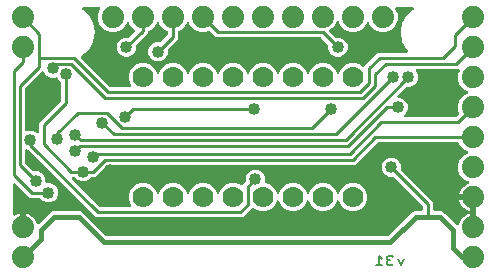
<source format=gbr>
G04 EAGLE Gerber RS-274X export*
G75*
%MOMM*%
%FSLAX34Y34*%
%LPD*%
%INBottom Copper*%
%IPPOS*%
%AMOC8*
5,1,8,0,0,1.08239X$1,22.5*%
G01*
%ADD10C,0.203200*%
%ADD11C,1.778000*%
%ADD12C,1.879600*%
%ADD13C,0.406400*%
%ADD14C,1.016000*%
%ADD15C,0.254000*%

G36*
X321318Y30493D02*
X321318Y30493D01*
X321417Y30496D01*
X321475Y30513D01*
X321535Y30521D01*
X321627Y30557D01*
X321722Y30585D01*
X321775Y30615D01*
X321831Y30638D01*
X321911Y30696D01*
X321996Y30746D01*
X322072Y30812D01*
X322088Y30824D01*
X322096Y30834D01*
X322117Y30852D01*
X342562Y51297D01*
X344429Y52071D01*
X350012Y52071D01*
X350130Y52086D01*
X350249Y52093D01*
X350287Y52106D01*
X350328Y52111D01*
X350438Y52154D01*
X350551Y52191D01*
X350586Y52213D01*
X350623Y52228D01*
X350719Y52297D01*
X350820Y52361D01*
X350848Y52391D01*
X350881Y52414D01*
X350957Y52506D01*
X351038Y52593D01*
X351058Y52628D01*
X351083Y52659D01*
X351134Y52767D01*
X351192Y52871D01*
X351202Y52911D01*
X351219Y52947D01*
X351241Y53064D01*
X351271Y53179D01*
X351275Y53239D01*
X351279Y53259D01*
X351277Y53280D01*
X351281Y53340D01*
X351281Y55470D01*
X351269Y55569D01*
X351266Y55668D01*
X351249Y55726D01*
X351241Y55786D01*
X351205Y55878D01*
X351177Y55973D01*
X351147Y56025D01*
X351124Y56082D01*
X351066Y56162D01*
X351016Y56247D01*
X350950Y56322D01*
X350938Y56339D01*
X350928Y56347D01*
X350910Y56368D01*
X326878Y80400D01*
X326800Y80460D01*
X326727Y80528D01*
X326674Y80557D01*
X326627Y80594D01*
X326536Y80634D01*
X326449Y80682D01*
X326390Y80697D01*
X326335Y80721D01*
X326237Y80736D01*
X326141Y80761D01*
X326041Y80767D01*
X326021Y80771D01*
X326008Y80769D01*
X325980Y80771D01*
X322868Y80771D01*
X319880Y82009D01*
X317594Y84295D01*
X316356Y87283D01*
X316356Y90517D01*
X317594Y93505D01*
X319880Y95791D01*
X322868Y97029D01*
X326102Y97029D01*
X329090Y95791D01*
X331376Y93505D01*
X332614Y90517D01*
X332614Y87405D01*
X332626Y87306D01*
X332629Y87207D01*
X332646Y87149D01*
X332654Y87089D01*
X332690Y86997D01*
X332718Y86902D01*
X332748Y86850D01*
X332771Y86793D01*
X332829Y86713D01*
X332879Y86628D01*
X332945Y86553D01*
X332957Y86536D01*
X332967Y86528D01*
X332985Y86507D01*
X359919Y59574D01*
X359919Y53340D01*
X359934Y53222D01*
X359941Y53103D01*
X359954Y53065D01*
X359959Y53024D01*
X360002Y52914D01*
X360039Y52801D01*
X360061Y52766D01*
X360076Y52729D01*
X360145Y52633D01*
X360209Y52532D01*
X360239Y52504D01*
X360262Y52471D01*
X360354Y52395D01*
X360441Y52314D01*
X360476Y52294D01*
X360507Y52269D01*
X360615Y52218D01*
X360719Y52160D01*
X360759Y52150D01*
X360795Y52133D01*
X360912Y52111D01*
X361027Y52081D01*
X361087Y52077D01*
X361107Y52073D01*
X361128Y52075D01*
X361188Y52071D01*
X366771Y52071D01*
X368638Y51297D01*
X370246Y49689D01*
X379881Y40054D01*
X379913Y40029D01*
X379939Y39999D01*
X380038Y39932D01*
X380133Y39859D01*
X380169Y39843D01*
X380202Y39821D01*
X380315Y39780D01*
X380425Y39732D01*
X380464Y39726D01*
X380501Y39713D01*
X380620Y39701D01*
X380739Y39683D01*
X380778Y39686D01*
X380818Y39683D01*
X380936Y39701D01*
X381055Y39712D01*
X381093Y39726D01*
X381132Y39732D01*
X381242Y39780D01*
X381355Y39820D01*
X381388Y39842D01*
X381424Y39858D01*
X381519Y39931D01*
X381618Y39999D01*
X381644Y40029D01*
X381676Y40053D01*
X381749Y40147D01*
X381828Y40237D01*
X381846Y40273D01*
X381871Y40304D01*
X381918Y40414D01*
X381973Y40520D01*
X381982Y40559D01*
X381997Y40596D01*
X382033Y40753D01*
X382055Y40896D01*
X382636Y42683D01*
X383489Y44357D01*
X384594Y45878D01*
X385922Y47206D01*
X387443Y48311D01*
X389117Y49164D01*
X390437Y49593D01*
X390509Y49627D01*
X390585Y49651D01*
X390652Y49694D01*
X390725Y49728D01*
X390786Y49779D01*
X390853Y49822D01*
X390908Y49880D01*
X390970Y49931D01*
X391017Y49995D01*
X391071Y50053D01*
X391110Y50123D01*
X391157Y50188D01*
X391161Y50198D01*
X391161Y39370D01*
X391176Y39252D01*
X391183Y39133D01*
X391196Y39095D01*
X391201Y39055D01*
X391244Y38944D01*
X391281Y38831D01*
X391303Y38797D01*
X391318Y38759D01*
X391388Y38663D01*
X391451Y38562D01*
X391481Y38534D01*
X391504Y38502D01*
X391596Y38426D01*
X391683Y38344D01*
X391718Y38325D01*
X391749Y38299D01*
X391857Y38248D01*
X391961Y38191D01*
X392001Y38180D01*
X392037Y38163D01*
X392154Y38141D01*
X392269Y38111D01*
X392330Y38107D01*
X392350Y38103D01*
X392370Y38105D01*
X392430Y38101D01*
X394970Y38101D01*
X395088Y38116D01*
X395207Y38123D01*
X395245Y38136D01*
X395285Y38141D01*
X395396Y38185D01*
X395509Y38221D01*
X395544Y38243D01*
X395581Y38258D01*
X395677Y38328D01*
X395778Y38391D01*
X395806Y38421D01*
X395839Y38445D01*
X395914Y38536D01*
X395996Y38623D01*
X396016Y38658D01*
X396041Y38690D01*
X396092Y38797D01*
X396150Y38902D01*
X396160Y38941D01*
X396177Y38977D01*
X396199Y39094D01*
X396229Y39209D01*
X396233Y39270D01*
X396237Y39290D01*
X396235Y39310D01*
X396239Y39370D01*
X396239Y62230D01*
X396224Y62348D01*
X396217Y62467D01*
X396204Y62505D01*
X396199Y62545D01*
X396156Y62656D01*
X396119Y62769D01*
X396097Y62803D01*
X396082Y62841D01*
X396012Y62937D01*
X395949Y63038D01*
X395919Y63066D01*
X395895Y63098D01*
X395804Y63174D01*
X395717Y63256D01*
X395682Y63275D01*
X395651Y63301D01*
X395543Y63352D01*
X395439Y63409D01*
X395399Y63420D01*
X395363Y63437D01*
X395246Y63459D01*
X395131Y63489D01*
X395070Y63493D01*
X395050Y63497D01*
X395030Y63495D01*
X394970Y63499D01*
X393699Y63499D01*
X393699Y64770D01*
X393684Y64888D01*
X393677Y65007D01*
X393664Y65045D01*
X393659Y65085D01*
X393615Y65196D01*
X393579Y65309D01*
X393557Y65344D01*
X393542Y65381D01*
X393472Y65477D01*
X393409Y65578D01*
X393379Y65606D01*
X393355Y65639D01*
X393264Y65714D01*
X393177Y65796D01*
X393142Y65816D01*
X393110Y65841D01*
X393003Y65892D01*
X392898Y65950D01*
X392859Y65960D01*
X392823Y65977D01*
X392706Y65999D01*
X392591Y66029D01*
X392530Y66033D01*
X392510Y66037D01*
X392490Y66035D01*
X392430Y66039D01*
X382015Y66039D01*
X382055Y66296D01*
X382636Y68083D01*
X383489Y69757D01*
X384594Y71278D01*
X385922Y72606D01*
X387443Y73711D01*
X389117Y74564D01*
X389582Y74715D01*
X389609Y74728D01*
X389638Y74735D01*
X389752Y74795D01*
X389870Y74850D01*
X389893Y74869D01*
X389919Y74883D01*
X390015Y74970D01*
X390115Y75053D01*
X390132Y75077D01*
X390154Y75097D01*
X390226Y75206D01*
X390302Y75310D01*
X390313Y75338D01*
X390329Y75363D01*
X390371Y75486D01*
X390419Y75606D01*
X390423Y75636D01*
X390432Y75664D01*
X390443Y75793D01*
X390459Y75921D01*
X390455Y75951D01*
X390458Y75981D01*
X390435Y76109D01*
X390419Y76237D01*
X390408Y76265D01*
X390403Y76294D01*
X390350Y76412D01*
X390302Y76533D01*
X390285Y76557D01*
X390273Y76584D01*
X390192Y76685D01*
X390116Y76790D01*
X390093Y76809D01*
X390074Y76833D01*
X389970Y76911D01*
X389871Y76993D01*
X389844Y77006D01*
X389820Y77024D01*
X389675Y77095D01*
X386650Y78348D01*
X383148Y81850D01*
X381253Y86424D01*
X381253Y91376D01*
X383148Y95950D01*
X386650Y99452D01*
X389005Y100427D01*
X389125Y100496D01*
X389248Y100561D01*
X389263Y100575D01*
X389281Y100585D01*
X389381Y100682D01*
X389484Y100775D01*
X389495Y100792D01*
X389509Y100806D01*
X389582Y100924D01*
X389658Y101041D01*
X389665Y101060D01*
X389676Y101077D01*
X389716Y101210D01*
X389762Y101342D01*
X389763Y101362D01*
X389769Y101381D01*
X389776Y101520D01*
X389787Y101659D01*
X389783Y101679D01*
X389784Y101699D01*
X389756Y101835D01*
X389732Y101972D01*
X389724Y101991D01*
X389720Y102010D01*
X389659Y102135D01*
X389602Y102262D01*
X389589Y102278D01*
X389580Y102296D01*
X389490Y102402D01*
X389403Y102510D01*
X389387Y102523D01*
X389374Y102538D01*
X389260Y102618D01*
X389149Y102702D01*
X389124Y102714D01*
X389114Y102721D01*
X389095Y102728D01*
X389005Y102773D01*
X386650Y103748D01*
X383148Y107250D01*
X382341Y109198D01*
X382327Y109223D01*
X382317Y109251D01*
X382248Y109361D01*
X382184Y109474D01*
X382163Y109495D01*
X382147Y109520D01*
X382053Y109609D01*
X381962Y109702D01*
X381937Y109718D01*
X381916Y109738D01*
X381802Y109801D01*
X381691Y109869D01*
X381663Y109877D01*
X381637Y109892D01*
X381511Y109924D01*
X381387Y109962D01*
X381358Y109964D01*
X381329Y109971D01*
X381169Y109981D01*
X313465Y109981D01*
X313366Y109969D01*
X313267Y109966D01*
X313209Y109949D01*
X313149Y109941D01*
X313057Y109905D01*
X312962Y109877D01*
X312910Y109847D01*
X312853Y109824D01*
X312773Y109766D01*
X312688Y109716D01*
X312613Y109650D01*
X312596Y109638D01*
X312588Y109628D01*
X312567Y109610D01*
X293889Y90931D01*
X84865Y90931D01*
X84766Y90919D01*
X84667Y90916D01*
X84609Y90899D01*
X84549Y90891D01*
X84457Y90855D01*
X84362Y90827D01*
X84310Y90797D01*
X84253Y90774D01*
X84173Y90716D01*
X84088Y90666D01*
X84013Y90600D01*
X83996Y90588D01*
X83988Y90578D01*
X83967Y90560D01*
X74179Y80771D01*
X71663Y80771D01*
X71565Y80759D01*
X71466Y80756D01*
X71408Y80739D01*
X71348Y80731D01*
X71256Y80695D01*
X71161Y80667D01*
X71108Y80637D01*
X71052Y80614D01*
X70972Y80556D01*
X70887Y80506D01*
X70811Y80440D01*
X70795Y80428D01*
X70787Y80418D01*
X70766Y80400D01*
X68565Y78199D01*
X65578Y76961D01*
X62344Y76961D01*
X59356Y78199D01*
X57155Y80400D01*
X57077Y80460D01*
X57005Y80528D01*
X56952Y80557D01*
X56904Y80594D01*
X56813Y80634D01*
X56726Y80682D01*
X56668Y80697D01*
X56612Y80721D01*
X56514Y80736D01*
X56418Y80761D01*
X56318Y80767D01*
X56298Y80771D01*
X56286Y80769D01*
X56258Y80771D01*
X55401Y80771D01*
X55263Y80754D01*
X55124Y80741D01*
X55105Y80734D01*
X55085Y80731D01*
X54956Y80680D01*
X54825Y80633D01*
X54808Y80622D01*
X54789Y80614D01*
X54677Y80533D01*
X54562Y80455D01*
X54548Y80439D01*
X54532Y80428D01*
X54443Y80320D01*
X54351Y80216D01*
X54342Y80198D01*
X54329Y80183D01*
X54270Y80057D01*
X54207Y79933D01*
X54202Y79913D01*
X54194Y79895D01*
X54168Y79759D01*
X54137Y79623D01*
X54138Y79602D01*
X54134Y79583D01*
X54143Y79444D01*
X54147Y79305D01*
X54152Y79285D01*
X54154Y79265D01*
X54196Y79133D01*
X54235Y78999D01*
X54245Y78982D01*
X54252Y78963D01*
X54326Y78845D01*
X54397Y78725D01*
X54415Y78704D01*
X54422Y78694D01*
X54437Y78680D01*
X54503Y78605D01*
X77617Y55490D01*
X77695Y55430D01*
X77768Y55362D01*
X77821Y55333D01*
X77868Y55296D01*
X77959Y55256D01*
X78046Y55208D01*
X78105Y55193D01*
X78160Y55169D01*
X78258Y55154D01*
X78354Y55129D01*
X78454Y55123D01*
X78474Y55119D01*
X78487Y55121D01*
X78515Y55119D01*
X102950Y55119D01*
X102999Y55125D01*
X103049Y55123D01*
X103156Y55145D01*
X103265Y55159D01*
X103311Y55177D01*
X103360Y55187D01*
X103459Y55235D01*
X103561Y55276D01*
X103601Y55305D01*
X103646Y55327D01*
X103729Y55398D01*
X103818Y55462D01*
X103850Y55501D01*
X103888Y55533D01*
X103951Y55623D01*
X104021Y55707D01*
X104042Y55752D01*
X104071Y55793D01*
X104110Y55896D01*
X104157Y55995D01*
X104166Y56044D01*
X104184Y56090D01*
X104196Y56200D01*
X104216Y56307D01*
X104213Y56357D01*
X104219Y56406D01*
X104203Y56515D01*
X104197Y56625D01*
X104181Y56672D01*
X104174Y56721D01*
X104122Y56874D01*
X102361Y61125D01*
X102361Y65875D01*
X104179Y70263D01*
X107537Y73621D01*
X111925Y75439D01*
X116675Y75439D01*
X121063Y73621D01*
X124421Y70263D01*
X125827Y66868D01*
X125896Y66747D01*
X125961Y66624D01*
X125975Y66609D01*
X125985Y66592D01*
X126082Y66492D01*
X126175Y66389D01*
X126192Y66378D01*
X126206Y66363D01*
X126324Y66291D01*
X126441Y66214D01*
X126460Y66208D01*
X126477Y66197D01*
X126610Y66156D01*
X126742Y66111D01*
X126762Y66109D01*
X126781Y66103D01*
X126920Y66097D01*
X127059Y66086D01*
X127079Y66089D01*
X127099Y66088D01*
X127235Y66116D01*
X127372Y66140D01*
X127391Y66148D01*
X127410Y66153D01*
X127535Y66214D01*
X127662Y66271D01*
X127678Y66283D01*
X127696Y66292D01*
X127802Y66383D01*
X127910Y66469D01*
X127923Y66485D01*
X127938Y66499D01*
X128018Y66612D01*
X128102Y66723D01*
X128114Y66749D01*
X128121Y66759D01*
X128128Y66778D01*
X128173Y66868D01*
X129579Y70263D01*
X132937Y73621D01*
X137325Y75439D01*
X142075Y75439D01*
X146463Y73621D01*
X149821Y70263D01*
X151227Y66868D01*
X151296Y66747D01*
X151361Y66624D01*
X151375Y66609D01*
X151385Y66592D01*
X151482Y66492D01*
X151575Y66389D01*
X151592Y66378D01*
X151606Y66363D01*
X151725Y66290D01*
X151841Y66214D01*
X151860Y66208D01*
X151877Y66197D01*
X152010Y66156D01*
X152142Y66111D01*
X152162Y66109D01*
X152181Y66103D01*
X152320Y66097D01*
X152459Y66086D01*
X152479Y66089D01*
X152499Y66088D01*
X152635Y66116D01*
X152772Y66140D01*
X152791Y66148D01*
X152810Y66153D01*
X152936Y66214D01*
X153062Y66271D01*
X153078Y66283D01*
X153096Y66292D01*
X153202Y66383D01*
X153310Y66469D01*
X153323Y66485D01*
X153338Y66499D01*
X153418Y66612D01*
X153502Y66723D01*
X153514Y66749D01*
X153521Y66759D01*
X153528Y66778D01*
X153573Y66868D01*
X154979Y70263D01*
X158337Y73621D01*
X162725Y75439D01*
X167475Y75439D01*
X171863Y73621D01*
X175221Y70263D01*
X176627Y66868D01*
X176696Y66747D01*
X176761Y66624D01*
X176775Y66609D01*
X176785Y66592D01*
X176882Y66492D01*
X176975Y66389D01*
X176992Y66378D01*
X177006Y66363D01*
X177125Y66290D01*
X177241Y66214D01*
X177260Y66208D01*
X177277Y66197D01*
X177410Y66156D01*
X177542Y66111D01*
X177562Y66109D01*
X177581Y66103D01*
X177720Y66097D01*
X177859Y66086D01*
X177879Y66089D01*
X177899Y66088D01*
X178035Y66116D01*
X178172Y66140D01*
X178191Y66148D01*
X178210Y66153D01*
X178336Y66214D01*
X178462Y66271D01*
X178478Y66283D01*
X178496Y66292D01*
X178602Y66383D01*
X178710Y66469D01*
X178723Y66485D01*
X178738Y66499D01*
X178818Y66612D01*
X178902Y66723D01*
X178914Y66749D01*
X178921Y66759D01*
X178928Y66778D01*
X178973Y66868D01*
X180379Y70263D01*
X183737Y73621D01*
X188125Y75439D01*
X192875Y75439D01*
X197229Y73635D01*
X197258Y73627D01*
X197284Y73614D01*
X197411Y73585D01*
X197536Y73551D01*
X197566Y73551D01*
X197594Y73544D01*
X197724Y73548D01*
X197854Y73546D01*
X197883Y73553D01*
X197912Y73554D01*
X198037Y73590D01*
X198163Y73620D01*
X198190Y73634D01*
X198218Y73642D01*
X198329Y73708D01*
X198444Y73769D01*
X198466Y73789D01*
X198492Y73804D01*
X198613Y73910D01*
X201050Y76347D01*
X201110Y76425D01*
X201178Y76498D01*
X201207Y76551D01*
X201244Y76598D01*
X201284Y76689D01*
X201332Y76776D01*
X201347Y76835D01*
X201371Y76890D01*
X201386Y76988D01*
X201411Y77084D01*
X201417Y77184D01*
X201421Y77204D01*
X201419Y77217D01*
X201421Y77245D01*
X201421Y80357D01*
X202659Y83345D01*
X204945Y85631D01*
X207933Y86869D01*
X211167Y86869D01*
X214155Y85631D01*
X216441Y83345D01*
X217679Y80357D01*
X217679Y77123D01*
X217656Y77069D01*
X217625Y76954D01*
X217586Y76841D01*
X217583Y76801D01*
X217572Y76762D01*
X217570Y76643D01*
X217561Y76524D01*
X217568Y76484D01*
X217567Y76444D01*
X217595Y76328D01*
X217615Y76211D01*
X217632Y76174D01*
X217641Y76135D01*
X217697Y76030D01*
X217746Y75921D01*
X217771Y75889D01*
X217790Y75854D01*
X217870Y75766D01*
X217945Y75673D01*
X217977Y75648D01*
X218004Y75618D01*
X218103Y75553D01*
X218199Y75481D01*
X218253Y75455D01*
X218270Y75444D01*
X218289Y75437D01*
X218343Y75410D01*
X222663Y73621D01*
X226021Y70263D01*
X227427Y66868D01*
X227496Y66747D01*
X227561Y66624D01*
X227575Y66609D01*
X227585Y66592D01*
X227682Y66492D01*
X227775Y66389D01*
X227792Y66378D01*
X227806Y66363D01*
X227925Y66290D01*
X228041Y66214D01*
X228060Y66208D01*
X228077Y66197D01*
X228210Y66156D01*
X228342Y66111D01*
X228362Y66109D01*
X228381Y66103D01*
X228520Y66097D01*
X228659Y66086D01*
X228679Y66089D01*
X228699Y66088D01*
X228835Y66116D01*
X228972Y66140D01*
X228991Y66148D01*
X229010Y66153D01*
X229136Y66214D01*
X229262Y66271D01*
X229278Y66283D01*
X229296Y66292D01*
X229402Y66383D01*
X229510Y66469D01*
X229523Y66485D01*
X229538Y66499D01*
X229618Y66612D01*
X229702Y66723D01*
X229714Y66749D01*
X229721Y66759D01*
X229728Y66778D01*
X229773Y66868D01*
X231179Y70263D01*
X234537Y73621D01*
X238925Y75439D01*
X243675Y75439D01*
X248063Y73621D01*
X251421Y70263D01*
X252827Y66868D01*
X252896Y66747D01*
X252961Y66624D01*
X252975Y66609D01*
X252985Y66592D01*
X253082Y66492D01*
X253175Y66389D01*
X253192Y66378D01*
X253206Y66363D01*
X253325Y66290D01*
X253441Y66214D01*
X253460Y66208D01*
X253477Y66197D01*
X253610Y66156D01*
X253742Y66111D01*
X253762Y66109D01*
X253781Y66103D01*
X253920Y66097D01*
X254059Y66086D01*
X254079Y66089D01*
X254099Y66088D01*
X254235Y66116D01*
X254372Y66140D01*
X254391Y66148D01*
X254410Y66153D01*
X254536Y66214D01*
X254662Y66271D01*
X254678Y66283D01*
X254696Y66292D01*
X254802Y66383D01*
X254910Y66469D01*
X254923Y66485D01*
X254938Y66499D01*
X255018Y66612D01*
X255102Y66723D01*
X255114Y66749D01*
X255121Y66759D01*
X255128Y66778D01*
X255173Y66868D01*
X256579Y70263D01*
X259937Y73621D01*
X264325Y75439D01*
X269075Y75439D01*
X273463Y73621D01*
X276821Y70263D01*
X278227Y66868D01*
X278296Y66747D01*
X278361Y66624D01*
X278375Y66609D01*
X278385Y66592D01*
X278482Y66492D01*
X278575Y66389D01*
X278592Y66378D01*
X278606Y66363D01*
X278725Y66291D01*
X278841Y66214D01*
X278860Y66208D01*
X278877Y66197D01*
X279010Y66156D01*
X279142Y66111D01*
X279162Y66109D01*
X279181Y66103D01*
X279320Y66097D01*
X279459Y66086D01*
X279479Y66089D01*
X279499Y66088D01*
X279635Y66116D01*
X279772Y66140D01*
X279791Y66148D01*
X279810Y66152D01*
X279936Y66214D01*
X280062Y66271D01*
X280078Y66283D01*
X280096Y66292D01*
X280202Y66383D01*
X280310Y66469D01*
X280323Y66485D01*
X280338Y66499D01*
X280418Y66612D01*
X280502Y66723D01*
X280514Y66749D01*
X280521Y66759D01*
X280528Y66778D01*
X280573Y66868D01*
X281979Y70263D01*
X285337Y73621D01*
X289725Y75439D01*
X294475Y75439D01*
X298863Y73621D01*
X302221Y70263D01*
X304039Y65875D01*
X304039Y61125D01*
X302221Y56737D01*
X298863Y53379D01*
X294475Y51561D01*
X289725Y51561D01*
X285337Y53379D01*
X281979Y56737D01*
X280573Y60132D01*
X280504Y60253D01*
X280439Y60376D01*
X280425Y60391D01*
X280415Y60408D01*
X280318Y60508D01*
X280225Y60611D01*
X280208Y60622D01*
X280194Y60637D01*
X280076Y60709D01*
X279959Y60786D01*
X279940Y60792D01*
X279923Y60803D01*
X279790Y60844D01*
X279658Y60889D01*
X279638Y60891D01*
X279619Y60897D01*
X279480Y60903D01*
X279341Y60914D01*
X279321Y60911D01*
X279301Y60912D01*
X279165Y60884D01*
X279028Y60860D01*
X279009Y60852D01*
X278990Y60848D01*
X278865Y60786D01*
X278738Y60729D01*
X278722Y60717D01*
X278704Y60708D01*
X278598Y60617D01*
X278490Y60531D01*
X278477Y60515D01*
X278462Y60501D01*
X278382Y60388D01*
X278298Y60277D01*
X278286Y60251D01*
X278279Y60241D01*
X278272Y60222D01*
X278227Y60132D01*
X276821Y56737D01*
X273463Y53379D01*
X269075Y51561D01*
X264325Y51561D01*
X259937Y53379D01*
X256579Y56737D01*
X255173Y60132D01*
X255104Y60253D01*
X255039Y60376D01*
X255025Y60391D01*
X255015Y60408D01*
X254918Y60508D01*
X254825Y60611D01*
X254808Y60622D01*
X254794Y60637D01*
X254676Y60709D01*
X254559Y60786D01*
X254540Y60792D01*
X254523Y60803D01*
X254390Y60844D01*
X254258Y60889D01*
X254238Y60891D01*
X254219Y60897D01*
X254080Y60903D01*
X253941Y60914D01*
X253921Y60911D01*
X253901Y60912D01*
X253765Y60884D01*
X253628Y60860D01*
X253609Y60852D01*
X253590Y60847D01*
X253465Y60786D01*
X253338Y60729D01*
X253322Y60717D01*
X253304Y60708D01*
X253198Y60617D01*
X253090Y60531D01*
X253077Y60515D01*
X253062Y60501D01*
X252982Y60388D01*
X252898Y60277D01*
X252886Y60251D01*
X252879Y60241D01*
X252872Y60222D01*
X252827Y60132D01*
X251421Y56737D01*
X248063Y53379D01*
X243675Y51561D01*
X238925Y51561D01*
X234537Y53379D01*
X231179Y56737D01*
X229773Y60132D01*
X229704Y60253D01*
X229639Y60376D01*
X229625Y60391D01*
X229615Y60408D01*
X229518Y60508D01*
X229425Y60611D01*
X229408Y60622D01*
X229394Y60637D01*
X229276Y60709D01*
X229159Y60786D01*
X229140Y60792D01*
X229123Y60803D01*
X228990Y60844D01*
X228858Y60889D01*
X228838Y60891D01*
X228819Y60897D01*
X228680Y60903D01*
X228541Y60914D01*
X228521Y60911D01*
X228501Y60912D01*
X228365Y60884D01*
X228228Y60860D01*
X228209Y60852D01*
X228190Y60847D01*
X228065Y60786D01*
X227938Y60729D01*
X227922Y60717D01*
X227904Y60708D01*
X227798Y60617D01*
X227690Y60531D01*
X227677Y60515D01*
X227662Y60501D01*
X227582Y60388D01*
X227498Y60277D01*
X227486Y60251D01*
X227479Y60241D01*
X227472Y60222D01*
X227427Y60132D01*
X226021Y56737D01*
X222663Y53379D01*
X218275Y51561D01*
X213525Y51561D01*
X209137Y53379D01*
X208234Y54282D01*
X208140Y54355D01*
X208051Y54433D01*
X208015Y54452D01*
X207983Y54477D01*
X207874Y54524D01*
X207768Y54578D01*
X207728Y54587D01*
X207691Y54603D01*
X207573Y54622D01*
X207457Y54648D01*
X207417Y54647D01*
X207377Y54653D01*
X207258Y54642D01*
X207140Y54638D01*
X207101Y54627D01*
X207060Y54623D01*
X206948Y54583D01*
X206834Y54550D01*
X206799Y54529D01*
X206761Y54515D01*
X206663Y54448D01*
X206560Y54388D01*
X206515Y54348D01*
X206498Y54337D01*
X206485Y54322D01*
X206439Y54282D01*
X204617Y52460D01*
X201540Y49383D01*
X198639Y46481D01*
X74411Y46481D01*
X17633Y103260D01*
X17318Y103574D01*
X17311Y103580D01*
X17305Y103587D01*
X17185Y103677D01*
X17067Y103769D01*
X17058Y103773D01*
X17051Y103779D01*
X16906Y103849D01*
X16234Y104128D01*
X16186Y104141D01*
X16141Y104162D01*
X16033Y104183D01*
X15927Y104212D01*
X15877Y104213D01*
X15828Y104222D01*
X15719Y104215D01*
X15609Y104217D01*
X15561Y104205D01*
X15511Y104202D01*
X15407Y104169D01*
X15300Y104143D01*
X15256Y104120D01*
X15209Y104104D01*
X15116Y104046D01*
X15019Y103994D01*
X14982Y103961D01*
X14940Y103934D01*
X14865Y103854D01*
X14783Y103780D01*
X14756Y103739D01*
X14722Y103703D01*
X14669Y103606D01*
X14609Y103515D01*
X14592Y103468D01*
X14568Y103424D01*
X14541Y103318D01*
X14505Y103214D01*
X14501Y103164D01*
X14489Y103116D01*
X14479Y102955D01*
X14479Y93294D01*
X14491Y93196D01*
X14494Y93097D01*
X14511Y93039D01*
X14519Y92979D01*
X14555Y92886D01*
X14583Y92791D01*
X14613Y92739D01*
X14636Y92683D01*
X14694Y92603D01*
X14744Y92517D01*
X14810Y92442D01*
X14822Y92426D01*
X14832Y92418D01*
X14850Y92397D01*
X21277Y85970D01*
X21355Y85910D01*
X21427Y85842D01*
X21480Y85813D01*
X21528Y85776D01*
X21619Y85736D01*
X21705Y85688D01*
X21764Y85673D01*
X21820Y85649D01*
X21918Y85634D01*
X22013Y85609D01*
X22113Y85603D01*
X22134Y85599D01*
X22146Y85601D01*
X22174Y85599D01*
X25286Y85599D01*
X28274Y84361D01*
X30561Y82075D01*
X31798Y79087D01*
X31798Y76708D01*
X31813Y76590D01*
X31820Y76471D01*
X31833Y76433D01*
X31838Y76392D01*
X31882Y76282D01*
X31919Y76169D01*
X31940Y76134D01*
X31955Y76097D01*
X32025Y76001D01*
X32089Y75900D01*
X32118Y75872D01*
X32142Y75839D01*
X32234Y75763D01*
X32320Y75682D01*
X32356Y75662D01*
X32387Y75637D01*
X32495Y75586D01*
X32599Y75528D01*
X32638Y75518D01*
X32675Y75501D01*
X32791Y75479D01*
X32907Y75449D01*
X32967Y75445D01*
X32987Y75441D01*
X33007Y75443D01*
X33067Y75439D01*
X35907Y75439D01*
X38895Y74201D01*
X41181Y71915D01*
X42419Y68927D01*
X42419Y65693D01*
X41181Y62705D01*
X38895Y60419D01*
X35907Y59181D01*
X32673Y59181D01*
X29685Y60419D01*
X27485Y62620D01*
X27406Y62680D01*
X27334Y62748D01*
X27281Y62777D01*
X27233Y62814D01*
X27142Y62854D01*
X27056Y62902D01*
X26997Y62917D01*
X26942Y62941D01*
X26844Y62956D01*
X26748Y62981D01*
X26648Y62987D01*
X26627Y62991D01*
X26615Y62989D01*
X26587Y62991D01*
X18531Y62991D01*
X6485Y75037D01*
X6376Y75122D01*
X6269Y75211D01*
X6250Y75219D01*
X6234Y75232D01*
X6106Y75287D01*
X5981Y75346D01*
X5961Y75350D01*
X5942Y75358D01*
X5804Y75380D01*
X5668Y75406D01*
X5648Y75405D01*
X5628Y75408D01*
X5489Y75395D01*
X5351Y75386D01*
X5332Y75380D01*
X5312Y75378D01*
X5180Y75331D01*
X5049Y75288D01*
X5031Y75278D01*
X5012Y75271D01*
X4897Y75193D01*
X4780Y75118D01*
X4766Y75103D01*
X4749Y75092D01*
X4657Y74988D01*
X4562Y74887D01*
X4552Y74869D01*
X4539Y74854D01*
X4475Y74730D01*
X4408Y74608D01*
X4403Y74588D01*
X4394Y74570D01*
X4364Y74435D01*
X4329Y74300D01*
X4327Y74272D01*
X4324Y74260D01*
X4325Y74240D01*
X4319Y74139D01*
X4319Y49259D01*
X4324Y49219D01*
X4321Y49179D01*
X4344Y49062D01*
X4359Y48943D01*
X4373Y48906D01*
X4381Y48867D01*
X4432Y48759D01*
X4476Y48648D01*
X4499Y48615D01*
X4516Y48579D01*
X4592Y48487D01*
X4662Y48390D01*
X4693Y48365D01*
X4719Y48334D01*
X4815Y48264D01*
X4907Y48187D01*
X4944Y48170D01*
X4976Y48147D01*
X5087Y48103D01*
X5195Y48052D01*
X5234Y48044D01*
X5271Y48030D01*
X5390Y48015D01*
X5507Y47992D01*
X5547Y47995D01*
X5587Y47990D01*
X5706Y48004D01*
X5825Y48012D01*
X5863Y48024D01*
X5902Y48029D01*
X6014Y48073D01*
X6127Y48110D01*
X6161Y48131D01*
X6198Y48146D01*
X6334Y48232D01*
X6443Y48311D01*
X8117Y49164D01*
X9904Y49745D01*
X10161Y49785D01*
X10161Y39370D01*
X10176Y39252D01*
X10183Y39133D01*
X10196Y39095D01*
X10201Y39055D01*
X10244Y38944D01*
X10281Y38831D01*
X10303Y38797D01*
X10318Y38759D01*
X10388Y38663D01*
X10451Y38562D01*
X10481Y38534D01*
X10504Y38502D01*
X10596Y38426D01*
X10683Y38344D01*
X10718Y38325D01*
X10749Y38299D01*
X10857Y38248D01*
X10961Y38191D01*
X11001Y38180D01*
X11037Y38163D01*
X11154Y38141D01*
X11269Y38111D01*
X11330Y38107D01*
X11350Y38103D01*
X11370Y38105D01*
X11430Y38101D01*
X13970Y38101D01*
X14088Y38116D01*
X14207Y38123D01*
X14245Y38136D01*
X14285Y38141D01*
X14396Y38185D01*
X14509Y38221D01*
X14544Y38243D01*
X14581Y38258D01*
X14677Y38328D01*
X14778Y38391D01*
X14806Y38421D01*
X14839Y38445D01*
X14914Y38536D01*
X14996Y38623D01*
X15016Y38658D01*
X15041Y38690D01*
X15092Y38797D01*
X15150Y38902D01*
X15160Y38941D01*
X15177Y38977D01*
X15199Y39094D01*
X15229Y39209D01*
X15233Y39270D01*
X15237Y39290D01*
X15235Y39310D01*
X15239Y39370D01*
X15239Y49785D01*
X15496Y49745D01*
X17283Y49164D01*
X18957Y48311D01*
X20478Y47206D01*
X21806Y45878D01*
X22911Y44357D01*
X23764Y42683D01*
X24133Y41548D01*
X24175Y41458D01*
X24209Y41365D01*
X24243Y41315D01*
X24268Y41260D01*
X24331Y41184D01*
X24387Y41101D01*
X24433Y41061D01*
X24471Y41015D01*
X24551Y40957D01*
X24626Y40891D01*
X24679Y40864D01*
X24728Y40828D01*
X24821Y40791D01*
X24909Y40746D01*
X24968Y40733D01*
X25024Y40711D01*
X25122Y40698D01*
X25219Y40677D01*
X25279Y40679D01*
X25339Y40671D01*
X25438Y40683D01*
X25537Y40686D01*
X25595Y40703D01*
X25655Y40711D01*
X25747Y40747D01*
X25843Y40775D01*
X25894Y40805D01*
X25951Y40827D01*
X26031Y40886D01*
X26117Y40936D01*
X26192Y41002D01*
X26208Y41014D01*
X26216Y41024D01*
X26237Y41043D01*
X34884Y49689D01*
X36492Y51297D01*
X38359Y52071D01*
X60955Y52071D01*
X62822Y51297D01*
X83267Y30852D01*
X83345Y30792D01*
X83417Y30724D01*
X83470Y30695D01*
X83518Y30658D01*
X83609Y30618D01*
X83696Y30570D01*
X83754Y30555D01*
X83810Y30531D01*
X83908Y30516D01*
X84004Y30491D01*
X84104Y30485D01*
X84124Y30481D01*
X84136Y30483D01*
X84164Y30481D01*
X321220Y30481D01*
X321318Y30493D01*
G37*
G36*
X102999Y156725D02*
X102999Y156725D01*
X103049Y156723D01*
X103156Y156745D01*
X103265Y156759D01*
X103311Y156777D01*
X103360Y156787D01*
X103459Y156835D01*
X103561Y156876D01*
X103601Y156905D01*
X103646Y156927D01*
X103729Y156998D01*
X103818Y157062D01*
X103850Y157101D01*
X103888Y157133D01*
X103951Y157223D01*
X104021Y157307D01*
X104042Y157352D01*
X104071Y157393D01*
X104110Y157496D01*
X104157Y157595D01*
X104166Y157644D01*
X104184Y157690D01*
X104196Y157800D01*
X104216Y157907D01*
X104213Y157957D01*
X104219Y158006D01*
X104203Y158115D01*
X104197Y158225D01*
X104181Y158272D01*
X104174Y158321D01*
X104122Y158474D01*
X102361Y162725D01*
X102361Y167475D01*
X104179Y171863D01*
X107537Y175221D01*
X111925Y177039D01*
X116675Y177039D01*
X121063Y175221D01*
X124421Y171863D01*
X125827Y168468D01*
X125896Y168347D01*
X125961Y168224D01*
X125975Y168209D01*
X125985Y168192D01*
X126082Y168092D01*
X126175Y167989D01*
X126192Y167978D01*
X126206Y167963D01*
X126324Y167891D01*
X126441Y167814D01*
X126460Y167808D01*
X126477Y167797D01*
X126610Y167756D01*
X126742Y167711D01*
X126762Y167709D01*
X126781Y167703D01*
X126920Y167697D01*
X127059Y167686D01*
X127079Y167689D01*
X127099Y167688D01*
X127235Y167716D01*
X127372Y167740D01*
X127391Y167748D01*
X127410Y167753D01*
X127535Y167814D01*
X127662Y167871D01*
X127678Y167883D01*
X127696Y167892D01*
X127802Y167983D01*
X127910Y168069D01*
X127923Y168085D01*
X127938Y168099D01*
X128018Y168212D01*
X128102Y168323D01*
X128114Y168349D01*
X128121Y168359D01*
X128128Y168378D01*
X128173Y168468D01*
X129579Y171863D01*
X132937Y175221D01*
X137325Y177039D01*
X142075Y177039D01*
X146463Y175221D01*
X149821Y171863D01*
X151227Y168468D01*
X151296Y168347D01*
X151361Y168224D01*
X151375Y168209D01*
X151385Y168192D01*
X151482Y168092D01*
X151575Y167989D01*
X151592Y167978D01*
X151606Y167963D01*
X151724Y167891D01*
X151841Y167814D01*
X151860Y167808D01*
X151877Y167797D01*
X152010Y167756D01*
X152142Y167711D01*
X152162Y167709D01*
X152181Y167703D01*
X152320Y167697D01*
X152459Y167686D01*
X152479Y167689D01*
X152499Y167688D01*
X152635Y167716D01*
X152772Y167740D01*
X152791Y167748D01*
X152810Y167753D01*
X152935Y167814D01*
X153062Y167871D01*
X153078Y167883D01*
X153096Y167892D01*
X153202Y167983D01*
X153310Y168069D01*
X153323Y168085D01*
X153338Y168099D01*
X153418Y168212D01*
X153502Y168323D01*
X153514Y168349D01*
X153521Y168359D01*
X153528Y168378D01*
X153573Y168468D01*
X154979Y171863D01*
X158337Y175221D01*
X162725Y177039D01*
X167475Y177039D01*
X171863Y175221D01*
X175221Y171863D01*
X176627Y168468D01*
X176696Y168347D01*
X176761Y168224D01*
X176775Y168209D01*
X176785Y168192D01*
X176882Y168092D01*
X176975Y167989D01*
X176992Y167978D01*
X177006Y167963D01*
X177125Y167890D01*
X177241Y167814D01*
X177260Y167808D01*
X177277Y167797D01*
X177410Y167756D01*
X177542Y167711D01*
X177562Y167709D01*
X177581Y167703D01*
X177720Y167697D01*
X177859Y167686D01*
X177879Y167689D01*
X177899Y167688D01*
X178035Y167716D01*
X178172Y167740D01*
X178191Y167748D01*
X178210Y167753D01*
X178336Y167814D01*
X178462Y167871D01*
X178478Y167883D01*
X178496Y167892D01*
X178602Y167983D01*
X178710Y168069D01*
X178723Y168085D01*
X178738Y168099D01*
X178818Y168212D01*
X178902Y168323D01*
X178914Y168349D01*
X178921Y168359D01*
X178928Y168378D01*
X178973Y168468D01*
X180379Y171863D01*
X183737Y175221D01*
X188125Y177039D01*
X192875Y177039D01*
X197263Y175221D01*
X200621Y171863D01*
X202027Y168468D01*
X202096Y168347D01*
X202161Y168224D01*
X202175Y168209D01*
X202185Y168192D01*
X202282Y168092D01*
X202375Y167989D01*
X202392Y167978D01*
X202406Y167963D01*
X202525Y167890D01*
X202641Y167814D01*
X202660Y167808D01*
X202677Y167797D01*
X202810Y167756D01*
X202942Y167711D01*
X202962Y167709D01*
X202981Y167703D01*
X203120Y167697D01*
X203259Y167686D01*
X203279Y167689D01*
X203299Y167688D01*
X203435Y167716D01*
X203572Y167740D01*
X203591Y167748D01*
X203610Y167753D01*
X203736Y167814D01*
X203862Y167871D01*
X203878Y167883D01*
X203896Y167892D01*
X204002Y167983D01*
X204110Y168069D01*
X204123Y168085D01*
X204138Y168099D01*
X204218Y168212D01*
X204302Y168323D01*
X204314Y168349D01*
X204321Y168359D01*
X204328Y168378D01*
X204373Y168468D01*
X205779Y171863D01*
X209137Y175221D01*
X213525Y177039D01*
X218275Y177039D01*
X222663Y175221D01*
X226021Y171863D01*
X227427Y168468D01*
X227496Y168347D01*
X227561Y168224D01*
X227575Y168209D01*
X227585Y168192D01*
X227682Y168092D01*
X227775Y167989D01*
X227792Y167978D01*
X227806Y167963D01*
X227925Y167890D01*
X228041Y167814D01*
X228060Y167808D01*
X228077Y167797D01*
X228210Y167756D01*
X228342Y167711D01*
X228362Y167709D01*
X228381Y167703D01*
X228520Y167697D01*
X228659Y167686D01*
X228679Y167689D01*
X228699Y167688D01*
X228835Y167716D01*
X228972Y167740D01*
X228991Y167748D01*
X229010Y167753D01*
X229136Y167814D01*
X229262Y167871D01*
X229278Y167883D01*
X229296Y167892D01*
X229402Y167983D01*
X229510Y168069D01*
X229523Y168085D01*
X229538Y168099D01*
X229618Y168212D01*
X229702Y168323D01*
X229714Y168349D01*
X229721Y168359D01*
X229728Y168378D01*
X229773Y168468D01*
X231179Y171863D01*
X234537Y175221D01*
X238925Y177039D01*
X243675Y177039D01*
X248063Y175221D01*
X251421Y171863D01*
X252827Y168468D01*
X252896Y168347D01*
X252961Y168224D01*
X252975Y168209D01*
X252985Y168192D01*
X253082Y168092D01*
X253175Y167989D01*
X253192Y167978D01*
X253206Y167963D01*
X253324Y167891D01*
X253441Y167814D01*
X253460Y167808D01*
X253477Y167797D01*
X253610Y167756D01*
X253742Y167711D01*
X253762Y167709D01*
X253781Y167703D01*
X253920Y167697D01*
X254059Y167686D01*
X254079Y167689D01*
X254099Y167688D01*
X254235Y167716D01*
X254372Y167740D01*
X254391Y167748D01*
X254410Y167753D01*
X254535Y167814D01*
X254662Y167871D01*
X254678Y167883D01*
X254696Y167892D01*
X254802Y167983D01*
X254910Y168069D01*
X254923Y168085D01*
X254938Y168099D01*
X255018Y168212D01*
X255102Y168323D01*
X255114Y168349D01*
X255121Y168359D01*
X255128Y168378D01*
X255173Y168468D01*
X256579Y171863D01*
X259937Y175221D01*
X264325Y177039D01*
X269075Y177039D01*
X273463Y175221D01*
X276821Y171863D01*
X278227Y168468D01*
X278296Y168347D01*
X278361Y168224D01*
X278375Y168209D01*
X278385Y168192D01*
X278482Y168092D01*
X278575Y167989D01*
X278592Y167978D01*
X278606Y167963D01*
X278724Y167891D01*
X278841Y167814D01*
X278860Y167808D01*
X278877Y167797D01*
X279010Y167756D01*
X279142Y167711D01*
X279162Y167709D01*
X279181Y167703D01*
X279320Y167697D01*
X279459Y167686D01*
X279479Y167689D01*
X279499Y167688D01*
X279635Y167716D01*
X279772Y167740D01*
X279791Y167748D01*
X279810Y167753D01*
X279935Y167814D01*
X280062Y167871D01*
X280078Y167883D01*
X280096Y167892D01*
X280202Y167983D01*
X280310Y168069D01*
X280323Y168085D01*
X280338Y168099D01*
X280418Y168212D01*
X280502Y168323D01*
X280514Y168349D01*
X280521Y168359D01*
X280528Y168378D01*
X280573Y168468D01*
X281979Y171863D01*
X285337Y175221D01*
X289725Y177039D01*
X294475Y177039D01*
X298863Y175221D01*
X299766Y174318D01*
X299860Y174245D01*
X299949Y174167D01*
X299985Y174148D01*
X300017Y174123D01*
X300126Y174076D01*
X300232Y174022D01*
X300272Y174013D01*
X300309Y173997D01*
X300427Y173978D01*
X300543Y173952D01*
X300583Y173953D01*
X300623Y173947D01*
X300742Y173958D01*
X300860Y173962D01*
X300899Y173973D01*
X300940Y173977D01*
X301052Y174017D01*
X301166Y174050D01*
X301201Y174071D01*
X301239Y174085D01*
X301337Y174151D01*
X301440Y174212D01*
X301485Y174252D01*
X301502Y174263D01*
X301515Y174278D01*
X301561Y174318D01*
X310270Y183027D01*
X313171Y185929D01*
X337526Y185929D01*
X337561Y185933D01*
X337596Y185931D01*
X337718Y185953D01*
X337842Y185969D01*
X337874Y185982D01*
X337909Y185988D01*
X338022Y186040D01*
X338137Y186086D01*
X338166Y186106D01*
X338198Y186121D01*
X338294Y186200D01*
X338395Y186272D01*
X338417Y186300D01*
X338445Y186322D01*
X338518Y186422D01*
X338597Y186517D01*
X338613Y186550D01*
X338634Y186578D01*
X338680Y186693D01*
X338733Y186805D01*
X338740Y186840D01*
X338753Y186873D01*
X338769Y186996D01*
X338793Y187117D01*
X338791Y187153D01*
X338795Y187188D01*
X338781Y187311D01*
X338773Y187435D01*
X338762Y187469D01*
X338758Y187504D01*
X338713Y187620D01*
X338675Y187737D01*
X338656Y187767D01*
X338643Y187800D01*
X338571Y187901D01*
X338505Y188006D01*
X338479Y188030D01*
X338458Y188059D01*
X338342Y188170D01*
X338015Y188444D01*
X334029Y195349D01*
X332645Y203200D01*
X334029Y211051D01*
X338015Y217955D01*
X343185Y222294D01*
X343209Y222320D01*
X343238Y222340D01*
X343317Y222436D01*
X343401Y222527D01*
X343418Y222558D01*
X343441Y222585D01*
X343494Y222698D01*
X343553Y222807D01*
X343561Y222841D01*
X343576Y222873D01*
X343599Y222995D01*
X343630Y223115D01*
X343629Y223151D01*
X343636Y223186D01*
X343628Y223309D01*
X343627Y223433D01*
X343618Y223468D01*
X343616Y223503D01*
X343578Y223621D01*
X343546Y223741D01*
X343529Y223772D01*
X343518Y223805D01*
X343452Y223910D01*
X343391Y224019D01*
X343367Y224044D01*
X343348Y224074D01*
X343258Y224159D01*
X343172Y224249D01*
X343142Y224268D01*
X343116Y224292D01*
X343008Y224352D01*
X342903Y224418D01*
X342869Y224429D01*
X342838Y224446D01*
X342718Y224477D01*
X342600Y224514D01*
X342564Y224516D01*
X342530Y224525D01*
X342369Y224535D01*
X329295Y224535D01*
X329246Y224529D01*
X329196Y224531D01*
X329089Y224509D01*
X328979Y224495D01*
X328933Y224477D01*
X328885Y224467D01*
X328786Y224419D01*
X328684Y224378D01*
X328644Y224349D01*
X328599Y224327D01*
X328515Y224256D01*
X328426Y224192D01*
X328395Y224153D01*
X328357Y224121D01*
X328294Y224031D01*
X328224Y223947D01*
X328202Y223902D01*
X328174Y223861D01*
X328135Y223758D01*
X328088Y223659D01*
X328079Y223610D01*
X328061Y223564D01*
X328049Y223454D01*
X328028Y223347D01*
X328031Y223297D01*
X328026Y223248D01*
X328041Y223139D01*
X328048Y223029D01*
X328063Y222982D01*
X328070Y222933D01*
X328122Y222780D01*
X329947Y218376D01*
X329947Y213424D01*
X328052Y208850D01*
X324550Y205348D01*
X319976Y203453D01*
X315024Y203453D01*
X310450Y205348D01*
X306948Y208850D01*
X305973Y211205D01*
X305959Y211229D01*
X305951Y211254D01*
X305895Y211341D01*
X305839Y211448D01*
X305825Y211463D01*
X305815Y211481D01*
X305792Y211505D01*
X305781Y211522D01*
X305717Y211583D01*
X305625Y211684D01*
X305608Y211695D01*
X305594Y211709D01*
X305560Y211730D01*
X305549Y211740D01*
X305492Y211772D01*
X305476Y211782D01*
X305359Y211858D01*
X305340Y211865D01*
X305323Y211876D01*
X305280Y211889D01*
X305271Y211894D01*
X305227Y211905D01*
X305190Y211916D01*
X305058Y211962D01*
X305038Y211963D01*
X305019Y211969D01*
X304969Y211972D01*
X304963Y211973D01*
X304802Y211983D01*
X304798Y211983D01*
X304792Y211983D01*
X304741Y211987D01*
X304721Y211983D01*
X304701Y211984D01*
X304565Y211956D01*
X304519Y211948D01*
X304483Y211944D01*
X304475Y211941D01*
X304428Y211932D01*
X304409Y211924D01*
X304390Y211920D01*
X304265Y211859D01*
X304238Y211847D01*
X304187Y211827D01*
X304177Y211819D01*
X304138Y211802D01*
X304122Y211789D01*
X304104Y211780D01*
X303998Y211690D01*
X303992Y211685D01*
X303929Y211640D01*
X303918Y211626D01*
X303890Y211603D01*
X303877Y211587D01*
X303862Y211574D01*
X303788Y211469D01*
X303727Y211395D01*
X303717Y211374D01*
X303698Y211349D01*
X303686Y211324D01*
X303679Y211314D01*
X303672Y211295D01*
X303627Y211205D01*
X302652Y208850D01*
X299150Y205348D01*
X294576Y203453D01*
X289624Y203453D01*
X285050Y205348D01*
X281548Y208850D01*
X280295Y211875D01*
X280280Y211901D01*
X280271Y211930D01*
X280201Y212039D01*
X280137Y212152D01*
X280116Y212173D01*
X280100Y212198D01*
X280006Y212287D01*
X279916Y212380D01*
X279890Y212396D01*
X279869Y212416D01*
X279755Y212479D01*
X279645Y212546D01*
X279616Y212555D01*
X279590Y212569D01*
X279465Y212602D01*
X279341Y212640D01*
X279311Y212641D01*
X279282Y212649D01*
X279152Y212649D01*
X279023Y212655D01*
X278994Y212649D01*
X278964Y212649D01*
X278839Y212617D01*
X278712Y212591D01*
X278685Y212578D01*
X278656Y212570D01*
X278543Y212508D01*
X278426Y212451D01*
X278403Y212432D01*
X278377Y212417D01*
X278283Y212329D01*
X278184Y212245D01*
X278167Y212220D01*
X278145Y212200D01*
X278076Y212091D01*
X278001Y211985D01*
X277990Y211957D01*
X277974Y211931D01*
X277915Y211782D01*
X277764Y211317D01*
X276911Y209643D01*
X275806Y208122D01*
X274478Y206794D01*
X272957Y205689D01*
X272766Y205592D01*
X272602Y205480D01*
X272503Y205413D01*
X272382Y205276D01*
X272293Y205175D01*
X272292Y205174D01*
X272210Y205013D01*
X272148Y204892D01*
X272148Y204891D01*
X272112Y204729D01*
X272079Y204581D01*
X272078Y204581D01*
X272084Y204408D01*
X272088Y204263D01*
X272140Y204083D01*
X272177Y203958D01*
X272177Y203957D01*
X272253Y203829D01*
X272338Y203684D01*
X272339Y203683D01*
X272445Y203563D01*
X277007Y199000D01*
X277085Y198940D01*
X277158Y198872D01*
X277211Y198843D01*
X277258Y198806D01*
X277349Y198766D01*
X277436Y198718D01*
X277495Y198703D01*
X277550Y198679D01*
X277648Y198664D01*
X277744Y198639D01*
X277844Y198633D01*
X277864Y198629D01*
X277877Y198631D01*
X277905Y198629D01*
X281017Y198629D01*
X284005Y197391D01*
X286291Y195105D01*
X287529Y192117D01*
X287529Y188883D01*
X286291Y185895D01*
X284005Y183609D01*
X281017Y182371D01*
X277783Y182371D01*
X274795Y183609D01*
X272509Y185895D01*
X271271Y188883D01*
X271271Y191995D01*
X271259Y192094D01*
X271256Y192193D01*
X271239Y192251D01*
X271231Y192311D01*
X271195Y192403D01*
X271167Y192498D01*
X271137Y192550D01*
X271114Y192607D01*
X271056Y192687D01*
X271006Y192772D01*
X270940Y192847D01*
X270928Y192864D01*
X270918Y192872D01*
X270900Y192893D01*
X265283Y198510D01*
X265205Y198570D01*
X265132Y198638D01*
X265079Y198667D01*
X265032Y198704D01*
X264941Y198744D01*
X264854Y198792D01*
X264795Y198807D01*
X264740Y198831D01*
X264642Y198846D01*
X264546Y198871D01*
X264446Y198877D01*
X264426Y198881D01*
X264413Y198879D01*
X264385Y198881D01*
X176011Y198881D01*
X170907Y203985D01*
X170884Y204003D01*
X170865Y204026D01*
X170759Y204101D01*
X170656Y204180D01*
X170629Y204192D01*
X170605Y204209D01*
X170483Y204255D01*
X170364Y204306D01*
X170335Y204311D01*
X170307Y204321D01*
X170178Y204336D01*
X170050Y204356D01*
X170021Y204353D01*
X169991Y204357D01*
X169863Y204339D01*
X169733Y204326D01*
X169706Y204316D01*
X169676Y204312D01*
X169524Y204260D01*
X167576Y203453D01*
X162624Y203453D01*
X158050Y205348D01*
X154548Y208850D01*
X153573Y211205D01*
X153559Y211229D01*
X153551Y211254D01*
X153495Y211341D01*
X153439Y211448D01*
X153425Y211463D01*
X153415Y211481D01*
X153392Y211505D01*
X153381Y211522D01*
X153317Y211583D01*
X153225Y211684D01*
X153208Y211695D01*
X153194Y211709D01*
X153160Y211730D01*
X153149Y211740D01*
X153092Y211772D01*
X153076Y211782D01*
X152959Y211858D01*
X152940Y211865D01*
X152923Y211876D01*
X152880Y211889D01*
X152871Y211894D01*
X152827Y211905D01*
X152790Y211916D01*
X152658Y211962D01*
X152638Y211963D01*
X152619Y211969D01*
X152569Y211972D01*
X152563Y211973D01*
X152402Y211983D01*
X152398Y211983D01*
X152392Y211983D01*
X152341Y211987D01*
X152321Y211983D01*
X152301Y211984D01*
X152165Y211956D01*
X152119Y211948D01*
X152083Y211944D01*
X152075Y211941D01*
X152028Y211932D01*
X152009Y211924D01*
X151990Y211920D01*
X151865Y211859D01*
X151838Y211847D01*
X151787Y211827D01*
X151777Y211819D01*
X151738Y211802D01*
X151722Y211789D01*
X151704Y211780D01*
X151598Y211690D01*
X151592Y211685D01*
X151529Y211640D01*
X151518Y211626D01*
X151490Y211603D01*
X151477Y211587D01*
X151462Y211574D01*
X151388Y211469D01*
X151327Y211395D01*
X151317Y211374D01*
X151298Y211349D01*
X151286Y211324D01*
X151279Y211314D01*
X151272Y211295D01*
X151227Y211205D01*
X150252Y208850D01*
X146750Y205348D01*
X144802Y204541D01*
X144777Y204527D01*
X144749Y204517D01*
X144639Y204448D01*
X144526Y204384D01*
X144505Y204363D01*
X144480Y204347D01*
X144391Y204253D01*
X144298Y204162D01*
X144282Y204137D01*
X144262Y204116D01*
X144199Y204002D01*
X144131Y203891D01*
X144123Y203863D01*
X144108Y203837D01*
X144076Y203711D01*
X144038Y203587D01*
X144036Y203558D01*
X144029Y203529D01*
X144019Y203369D01*
X144019Y197601D01*
X135500Y189083D01*
X135440Y189005D01*
X135372Y188932D01*
X135343Y188879D01*
X135306Y188832D01*
X135266Y188741D01*
X135218Y188654D01*
X135203Y188595D01*
X135179Y188540D01*
X135164Y188442D01*
X135139Y188346D01*
X135133Y188246D01*
X135129Y188226D01*
X135131Y188213D01*
X135129Y188185D01*
X135129Y185073D01*
X133891Y182085D01*
X131605Y179799D01*
X128617Y178561D01*
X125383Y178561D01*
X122395Y179799D01*
X120109Y182085D01*
X118871Y185073D01*
X118871Y188307D01*
X120109Y191295D01*
X122395Y193581D01*
X125383Y194819D01*
X128495Y194819D01*
X128594Y194831D01*
X128693Y194834D01*
X128751Y194851D01*
X128811Y194859D01*
X128903Y194895D01*
X128998Y194923D01*
X129050Y194953D01*
X129107Y194976D01*
X129187Y195034D01*
X129272Y195084D01*
X129347Y195150D01*
X129364Y195162D01*
X129372Y195172D01*
X129393Y195190D01*
X135010Y200807D01*
X135070Y200885D01*
X135138Y200958D01*
X135167Y201011D01*
X135204Y201058D01*
X135244Y201149D01*
X135292Y201236D01*
X135307Y201295D01*
X135331Y201350D01*
X135346Y201448D01*
X135371Y201544D01*
X135377Y201644D01*
X135381Y201664D01*
X135379Y201677D01*
X135381Y201705D01*
X135381Y203369D01*
X135378Y203398D01*
X135380Y203427D01*
X135358Y203555D01*
X135341Y203684D01*
X135331Y203711D01*
X135326Y203741D01*
X135272Y203859D01*
X135224Y203980D01*
X135207Y204004D01*
X135195Y204031D01*
X135114Y204132D01*
X135038Y204237D01*
X135015Y204256D01*
X134996Y204279D01*
X134893Y204357D01*
X134793Y204440D01*
X134766Y204453D01*
X134742Y204470D01*
X134598Y204541D01*
X132650Y205348D01*
X129148Y208850D01*
X128173Y211205D01*
X128159Y211229D01*
X128151Y211254D01*
X128095Y211341D01*
X128039Y211448D01*
X128025Y211463D01*
X128015Y211481D01*
X127992Y211505D01*
X127981Y211522D01*
X127917Y211583D01*
X127825Y211684D01*
X127808Y211695D01*
X127794Y211709D01*
X127760Y211730D01*
X127749Y211740D01*
X127692Y211772D01*
X127676Y211782D01*
X127559Y211858D01*
X127540Y211865D01*
X127523Y211876D01*
X127480Y211889D01*
X127471Y211894D01*
X127427Y211905D01*
X127390Y211916D01*
X127258Y211962D01*
X127238Y211963D01*
X127219Y211969D01*
X127169Y211972D01*
X127163Y211973D01*
X127002Y211983D01*
X126998Y211983D01*
X126992Y211983D01*
X126941Y211987D01*
X126921Y211983D01*
X126901Y211984D01*
X126765Y211956D01*
X126719Y211948D01*
X126683Y211944D01*
X126675Y211941D01*
X126628Y211932D01*
X126609Y211924D01*
X126590Y211920D01*
X126465Y211859D01*
X126438Y211847D01*
X126387Y211827D01*
X126377Y211819D01*
X126338Y211802D01*
X126322Y211789D01*
X126304Y211780D01*
X126198Y211690D01*
X126192Y211685D01*
X126129Y211640D01*
X126118Y211626D01*
X126090Y211603D01*
X126077Y211587D01*
X126062Y211574D01*
X125988Y211469D01*
X125927Y211395D01*
X125917Y211374D01*
X125898Y211349D01*
X125886Y211324D01*
X125879Y211314D01*
X125872Y211295D01*
X125827Y211205D01*
X124852Y208850D01*
X121350Y205348D01*
X119402Y204541D01*
X119377Y204527D01*
X119349Y204517D01*
X119239Y204448D01*
X119126Y204384D01*
X119105Y204363D01*
X119080Y204347D01*
X118991Y204253D01*
X118898Y204162D01*
X118882Y204137D01*
X118862Y204116D01*
X118799Y204002D01*
X118731Y203891D01*
X118723Y203863D01*
X118708Y203837D01*
X118676Y203711D01*
X118638Y203587D01*
X118636Y203558D01*
X118629Y203529D01*
X118619Y203369D01*
X118619Y202681D01*
X108830Y192893D01*
X108770Y192815D01*
X108702Y192742D01*
X108673Y192689D01*
X108636Y192642D01*
X108596Y192551D01*
X108548Y192464D01*
X108533Y192405D01*
X108509Y192350D01*
X108494Y192252D01*
X108469Y192156D01*
X108463Y192056D01*
X108459Y192036D01*
X108461Y192023D01*
X108459Y191995D01*
X108459Y188883D01*
X107221Y185895D01*
X104935Y183609D01*
X101947Y182371D01*
X98713Y182371D01*
X95725Y183609D01*
X93439Y185895D01*
X92201Y188883D01*
X92201Y192117D01*
X93439Y195105D01*
X95725Y197391D01*
X98713Y198629D01*
X101825Y198629D01*
X101924Y198641D01*
X102023Y198644D01*
X102081Y198661D01*
X102141Y198669D01*
X102233Y198705D01*
X102328Y198733D01*
X102380Y198763D01*
X102437Y198786D01*
X102517Y198844D01*
X102602Y198894D01*
X102677Y198960D01*
X102694Y198972D01*
X102702Y198982D01*
X102723Y199000D01*
X107263Y203540D01*
X107336Y203634D01*
X107414Y203723D01*
X107433Y203759D01*
X107457Y203791D01*
X107505Y203901D01*
X107559Y204007D01*
X107568Y204046D01*
X107584Y204083D01*
X107603Y204201D01*
X107629Y204317D01*
X107627Y204357D01*
X107634Y204397D01*
X107623Y204516D01*
X107619Y204635D01*
X107608Y204674D01*
X107604Y204714D01*
X107564Y204826D01*
X107530Y204940D01*
X107510Y204975D01*
X107496Y205013D01*
X107429Y205112D01*
X107369Y205214D01*
X107329Y205259D01*
X107318Y205276D01*
X107302Y205290D01*
X107263Y205335D01*
X103748Y208850D01*
X102773Y211205D01*
X102759Y211229D01*
X102751Y211254D01*
X102695Y211341D01*
X102639Y211448D01*
X102625Y211463D01*
X102615Y211481D01*
X102592Y211505D01*
X102581Y211522D01*
X102517Y211583D01*
X102425Y211684D01*
X102408Y211695D01*
X102394Y211709D01*
X102360Y211730D01*
X102349Y211740D01*
X102292Y211772D01*
X102276Y211782D01*
X102159Y211858D01*
X102140Y211865D01*
X102123Y211876D01*
X102080Y211889D01*
X102071Y211894D01*
X102027Y211905D01*
X101990Y211916D01*
X101858Y211962D01*
X101838Y211963D01*
X101819Y211969D01*
X101769Y211972D01*
X101763Y211973D01*
X101602Y211983D01*
X101598Y211983D01*
X101592Y211983D01*
X101541Y211987D01*
X101521Y211983D01*
X101501Y211984D01*
X101365Y211956D01*
X101319Y211948D01*
X101283Y211944D01*
X101275Y211941D01*
X101228Y211932D01*
X101209Y211924D01*
X101190Y211920D01*
X101065Y211859D01*
X101038Y211847D01*
X100987Y211827D01*
X100977Y211819D01*
X100938Y211802D01*
X100922Y211789D01*
X100904Y211780D01*
X100798Y211690D01*
X100792Y211685D01*
X100729Y211640D01*
X100718Y211626D01*
X100690Y211603D01*
X100677Y211587D01*
X100662Y211574D01*
X100588Y211469D01*
X100527Y211395D01*
X100517Y211374D01*
X100498Y211349D01*
X100486Y211324D01*
X100479Y211314D01*
X100472Y211295D01*
X100427Y211205D01*
X99452Y208850D01*
X95950Y205348D01*
X91376Y203453D01*
X86424Y203453D01*
X81850Y205348D01*
X78348Y208850D01*
X76453Y213424D01*
X76453Y218376D01*
X78278Y222780D01*
X78291Y222828D01*
X78312Y222873D01*
X78333Y222981D01*
X78362Y223087D01*
X78362Y223137D01*
X78372Y223186D01*
X78365Y223295D01*
X78367Y223405D01*
X78355Y223453D01*
X78352Y223503D01*
X78318Y223607D01*
X78293Y223714D01*
X78269Y223758D01*
X78254Y223805D01*
X78195Y223898D01*
X78144Y223995D01*
X78110Y224032D01*
X78084Y224074D01*
X78004Y224149D01*
X77930Y224231D01*
X77888Y224258D01*
X77852Y224292D01*
X77756Y224345D01*
X77664Y224405D01*
X77617Y224422D01*
X77574Y224446D01*
X77467Y224473D01*
X77363Y224509D01*
X77314Y224513D01*
X77266Y224525D01*
X77105Y224535D01*
X64031Y224535D01*
X63995Y224531D01*
X63960Y224533D01*
X63838Y224511D01*
X63715Y224495D01*
X63682Y224482D01*
X63647Y224476D01*
X63535Y224424D01*
X63419Y224378D01*
X63391Y224358D01*
X63359Y224343D01*
X63262Y224264D01*
X63162Y224192D01*
X63139Y224164D01*
X63112Y224142D01*
X63039Y224042D01*
X62959Y223947D01*
X62944Y223915D01*
X62923Y223886D01*
X62877Y223771D01*
X62824Y223659D01*
X62817Y223624D01*
X62804Y223591D01*
X62787Y223468D01*
X62764Y223347D01*
X62766Y223311D01*
X62761Y223276D01*
X62776Y223153D01*
X62784Y223029D01*
X62795Y222995D01*
X62799Y222960D01*
X62844Y222844D01*
X62882Y222727D01*
X62901Y222697D01*
X62913Y222664D01*
X62986Y222563D01*
X63052Y222458D01*
X63078Y222434D01*
X63098Y222405D01*
X63215Y222294D01*
X68385Y217956D01*
X72371Y211051D01*
X73755Y203200D01*
X72371Y195349D01*
X68385Y188445D01*
X62251Y183298D01*
X62241Y183287D01*
X62228Y183278D01*
X62133Y183170D01*
X62035Y183064D01*
X62028Y183051D01*
X62018Y183040D01*
X61952Y182911D01*
X61884Y182785D01*
X61880Y182770D01*
X61873Y182756D01*
X61842Y182616D01*
X61807Y182476D01*
X61807Y182461D01*
X61804Y182446D01*
X61808Y182302D01*
X61809Y182158D01*
X61813Y182144D01*
X61813Y182128D01*
X61853Y181990D01*
X61890Y181851D01*
X61898Y181837D01*
X61902Y181823D01*
X61975Y181699D01*
X62045Y181573D01*
X62056Y181562D01*
X62063Y181549D01*
X62170Y181428D01*
X86507Y157090D01*
X86585Y157030D01*
X86657Y156962D01*
X86710Y156933D01*
X86758Y156896D01*
X86849Y156856D01*
X86936Y156808D01*
X86995Y156793D01*
X87050Y156769D01*
X87148Y156754D01*
X87244Y156729D01*
X87344Y156723D01*
X87364Y156719D01*
X87377Y156721D01*
X87405Y156719D01*
X102950Y156719D01*
X102999Y156725D01*
G37*
G36*
X378784Y131331D02*
X378784Y131331D01*
X378883Y131334D01*
X378941Y131351D01*
X379001Y131359D01*
X379093Y131395D01*
X379188Y131423D01*
X379240Y131453D01*
X379297Y131476D01*
X379377Y131534D01*
X379462Y131584D01*
X379537Y131650D01*
X379554Y131662D01*
X379562Y131672D01*
X379583Y131690D01*
X381785Y133893D01*
X381803Y133916D01*
X381826Y133935D01*
X381900Y134041D01*
X381980Y134144D01*
X381992Y134171D01*
X382009Y134195D01*
X382055Y134317D01*
X382106Y134436D01*
X382111Y134465D01*
X382122Y134493D01*
X382136Y134622D01*
X382156Y134750D01*
X382153Y134779D01*
X382157Y134809D01*
X382139Y134937D01*
X382126Y135067D01*
X382116Y135094D01*
X382112Y135124D01*
X382060Y135276D01*
X381253Y137224D01*
X381253Y142176D01*
X383148Y146750D01*
X386650Y150252D01*
X389005Y151227D01*
X389125Y151296D01*
X389248Y151361D01*
X389263Y151375D01*
X389281Y151385D01*
X389381Y151482D01*
X389484Y151575D01*
X389495Y151592D01*
X389509Y151606D01*
X389582Y151724D01*
X389658Y151841D01*
X389665Y151860D01*
X389676Y151877D01*
X389716Y152010D01*
X389762Y152142D01*
X389763Y152162D01*
X389769Y152181D01*
X389776Y152320D01*
X389787Y152459D01*
X389783Y152479D01*
X389784Y152499D01*
X389756Y152635D01*
X389732Y152772D01*
X389724Y152791D01*
X389720Y152810D01*
X389659Y152935D01*
X389602Y153062D01*
X389589Y153078D01*
X389580Y153096D01*
X389490Y153202D01*
X389403Y153310D01*
X389387Y153323D01*
X389374Y153338D01*
X389260Y153418D01*
X389149Y153502D01*
X389124Y153514D01*
X389114Y153521D01*
X389095Y153528D01*
X389005Y153573D01*
X386650Y154548D01*
X383148Y158050D01*
X381253Y162624D01*
X381253Y167576D01*
X382446Y170456D01*
X382460Y170504D01*
X382481Y170549D01*
X382501Y170657D01*
X382530Y170763D01*
X382531Y170813D01*
X382540Y170862D01*
X382534Y170971D01*
X382535Y171081D01*
X382524Y171129D01*
X382521Y171179D01*
X382487Y171283D01*
X382461Y171390D01*
X382438Y171434D01*
X382423Y171481D01*
X382364Y171574D01*
X382313Y171671D01*
X382279Y171708D01*
X382253Y171750D01*
X382172Y171825D01*
X382099Y171907D01*
X382057Y171934D01*
X382021Y171968D01*
X381925Y172021D01*
X381833Y172081D01*
X381786Y172098D01*
X381742Y172122D01*
X381636Y172149D01*
X381532Y172185D01*
X381483Y172189D01*
X381434Y172201D01*
X381274Y172211D01*
X346539Y172211D01*
X346401Y172194D01*
X346262Y172181D01*
X346243Y172174D01*
X346223Y172171D01*
X346094Y172120D01*
X345963Y172073D01*
X345946Y172062D01*
X345928Y172054D01*
X345815Y171973D01*
X345700Y171895D01*
X345687Y171879D01*
X345670Y171868D01*
X345581Y171760D01*
X345489Y171656D01*
X345480Y171638D01*
X345467Y171623D01*
X345408Y171497D01*
X345345Y171373D01*
X345340Y171353D01*
X345332Y171335D01*
X345306Y171199D01*
X345275Y171063D01*
X345276Y171042D01*
X345272Y171023D01*
X345281Y170884D01*
X345285Y170745D01*
X345291Y170725D01*
X345292Y170705D01*
X345335Y170573D01*
X345373Y170439D01*
X345384Y170422D01*
X345390Y170403D01*
X345464Y170285D01*
X345535Y170165D01*
X345553Y170144D01*
X345560Y170134D01*
X345575Y170120D01*
X345641Y170044D01*
X345981Y169705D01*
X347219Y166717D01*
X347219Y163483D01*
X345981Y160495D01*
X343695Y158209D01*
X340707Y156971D01*
X337595Y156971D01*
X337496Y156959D01*
X337397Y156956D01*
X337339Y156939D01*
X337279Y156931D01*
X337187Y156895D01*
X337092Y156867D01*
X337040Y156837D01*
X336983Y156814D01*
X336903Y156756D01*
X336818Y156706D01*
X336743Y156640D01*
X336726Y156628D01*
X336718Y156618D01*
X336697Y156600D01*
X330093Y149995D01*
X330008Y149886D01*
X329919Y149779D01*
X329911Y149760D01*
X329898Y149744D01*
X329843Y149616D01*
X329784Y149491D01*
X329780Y149471D01*
X329772Y149452D01*
X329750Y149314D01*
X329724Y149178D01*
X329725Y149158D01*
X329722Y149138D01*
X329735Y148999D01*
X329744Y148861D01*
X329750Y148842D01*
X329752Y148822D01*
X329799Y148690D01*
X329842Y148559D01*
X329852Y148541D01*
X329859Y148522D01*
X329937Y148407D01*
X330012Y148290D01*
X330027Y148276D01*
X330038Y148259D01*
X330142Y148167D01*
X330243Y148072D01*
X330261Y148062D01*
X330276Y148049D01*
X330400Y147985D01*
X330522Y147918D01*
X330542Y147913D01*
X330560Y147904D01*
X330695Y147874D01*
X330830Y147839D01*
X330858Y147837D01*
X330870Y147834D01*
X330890Y147835D01*
X330991Y147829D01*
X331817Y147829D01*
X334805Y146591D01*
X337091Y144305D01*
X338329Y141317D01*
X338329Y138083D01*
X337091Y135095D01*
X335481Y133485D01*
X335396Y133376D01*
X335307Y133269D01*
X335299Y133250D01*
X335286Y133234D01*
X335231Y133106D01*
X335172Y132981D01*
X335168Y132961D01*
X335160Y132942D01*
X335138Y132804D01*
X335112Y132668D01*
X335113Y132648D01*
X335110Y132628D01*
X335123Y132489D01*
X335132Y132351D01*
X335138Y132332D01*
X335140Y132312D01*
X335187Y132180D01*
X335230Y132049D01*
X335241Y132031D01*
X335248Y132012D01*
X335326Y131897D01*
X335400Y131780D01*
X335415Y131766D01*
X335426Y131749D01*
X335530Y131657D01*
X335632Y131562D01*
X335649Y131552D01*
X335665Y131539D01*
X335789Y131475D01*
X335910Y131408D01*
X335930Y131403D01*
X335948Y131394D01*
X336084Y131364D01*
X336218Y131329D01*
X336246Y131327D01*
X336258Y131324D01*
X336279Y131325D01*
X336379Y131319D01*
X378685Y131319D01*
X378784Y131331D01*
G37*
G36*
X24991Y117953D02*
X24991Y117953D01*
X25129Y117962D01*
X25148Y117968D01*
X25168Y117970D01*
X25299Y118017D01*
X25431Y118060D01*
X25449Y118071D01*
X25468Y118078D01*
X25582Y118155D01*
X25700Y118230D01*
X25714Y118245D01*
X25731Y118256D01*
X25823Y118360D01*
X25918Y118462D01*
X25928Y118479D01*
X25941Y118495D01*
X26004Y118618D01*
X26072Y118740D01*
X26077Y118760D01*
X26086Y118778D01*
X26116Y118914D01*
X26151Y119048D01*
X26153Y119076D01*
X26156Y119088D01*
X26155Y119109D01*
X26161Y119209D01*
X26161Y126249D01*
X44840Y144927D01*
X44900Y145005D01*
X44968Y145078D01*
X44997Y145131D01*
X45034Y145178D01*
X45074Y145269D01*
X45122Y145356D01*
X45137Y145415D01*
X45161Y145470D01*
X45176Y145568D01*
X45201Y145664D01*
X45207Y145764D01*
X45211Y145784D01*
X45209Y145797D01*
X45211Y145825D01*
X45211Y159937D01*
X45199Y160035D01*
X45196Y160134D01*
X45179Y160193D01*
X45171Y160253D01*
X45135Y160345D01*
X45107Y160440D01*
X45087Y160475D01*
X45084Y160484D01*
X45074Y160500D01*
X45054Y160548D01*
X44996Y160628D01*
X44946Y160714D01*
X44918Y160745D01*
X44914Y160752D01*
X44904Y160762D01*
X44880Y160789D01*
X44868Y160806D01*
X44858Y160814D01*
X44840Y160835D01*
X42639Y163035D01*
X42147Y164224D01*
X42088Y164327D01*
X42035Y164434D01*
X42009Y164465D01*
X41989Y164500D01*
X41906Y164586D01*
X41829Y164676D01*
X41796Y164699D01*
X41768Y164728D01*
X41666Y164791D01*
X41569Y164859D01*
X41531Y164874D01*
X41497Y164895D01*
X41383Y164930D01*
X41272Y164972D01*
X41231Y164976D01*
X41193Y164988D01*
X41074Y164994D01*
X40955Y165007D01*
X40915Y165002D01*
X40875Y165004D01*
X40758Y164979D01*
X40641Y164963D01*
X40584Y164943D01*
X40564Y164939D01*
X40545Y164930D01*
X40488Y164911D01*
X39717Y164591D01*
X36483Y164591D01*
X33495Y165829D01*
X31209Y168115D01*
X30675Y169405D01*
X30650Y169448D01*
X30633Y169495D01*
X30572Y169586D01*
X30517Y169681D01*
X30482Y169717D01*
X30455Y169758D01*
X30372Y169831D01*
X30296Y169910D01*
X30253Y169936D01*
X30216Y169969D01*
X30118Y170019D01*
X30025Y170076D01*
X29977Y170091D01*
X29933Y170113D01*
X29826Y170137D01*
X29721Y170170D01*
X29671Y170172D01*
X29623Y170183D01*
X29513Y170180D01*
X29403Y170185D01*
X29354Y170175D01*
X29305Y170173D01*
X29199Y170143D01*
X29092Y170120D01*
X29047Y170099D01*
X28999Y170085D01*
X28905Y170029D01*
X28806Y169981D01*
X28768Y169949D01*
X28725Y169923D01*
X28604Y169817D01*
X14850Y156063D01*
X14790Y155985D01*
X14722Y155912D01*
X14693Y155859D01*
X14656Y155812D01*
X14616Y155721D01*
X14568Y155634D01*
X14553Y155575D01*
X14529Y155520D01*
X14514Y155422D01*
X14489Y155326D01*
X14483Y155226D01*
X14479Y155206D01*
X14481Y155193D01*
X14479Y155165D01*
X14479Y120565D01*
X14485Y120515D01*
X14483Y120466D01*
X14500Y120383D01*
X14501Y120361D01*
X14507Y120343D01*
X14519Y120249D01*
X14537Y120203D01*
X14547Y120154D01*
X14595Y120056D01*
X14636Y119953D01*
X14665Y119913D01*
X14687Y119868D01*
X14758Y119785D01*
X14822Y119696D01*
X14861Y119664D01*
X14893Y119626D01*
X14983Y119563D01*
X15067Y119493D01*
X15112Y119472D01*
X15153Y119443D01*
X15256Y119404D01*
X15355Y119358D01*
X15404Y119348D01*
X15450Y119331D01*
X15560Y119318D01*
X15667Y119298D01*
X15717Y119301D01*
X15766Y119295D01*
X15875Y119311D01*
X15985Y119318D01*
X16032Y119333D01*
X16081Y119340D01*
X16234Y119392D01*
X17433Y119889D01*
X20667Y119889D01*
X23655Y118651D01*
X23994Y118311D01*
X24104Y118226D01*
X24211Y118137D01*
X24230Y118129D01*
X24246Y118116D01*
X24374Y118061D01*
X24499Y118002D01*
X24519Y117998D01*
X24538Y117990D01*
X24676Y117968D01*
X24812Y117942D01*
X24832Y117943D01*
X24852Y117940D01*
X24991Y117953D01*
G37*
%LPC*%
G36*
X391157Y51411D02*
X391157Y51411D01*
X391111Y51475D01*
X391072Y51545D01*
X391018Y51603D01*
X390971Y51668D01*
X390909Y51719D01*
X390855Y51777D01*
X390787Y51820D01*
X390726Y51871D01*
X390654Y51905D01*
X390587Y51948D01*
X390440Y52006D01*
X390438Y52007D01*
X390437Y52007D01*
X389117Y52436D01*
X387443Y53289D01*
X385922Y54394D01*
X384594Y55722D01*
X383489Y57243D01*
X382636Y58917D01*
X382055Y60704D01*
X382015Y60961D01*
X391161Y60961D01*
X391161Y51402D01*
X391157Y51411D01*
G37*
%LPD*%
D10*
X335534Y11519D02*
X332822Y6096D01*
X330111Y11519D01*
X326179Y12875D02*
X324823Y14231D01*
X322111Y14231D01*
X320756Y12875D01*
X320756Y11519D01*
X322111Y10163D01*
X323467Y10163D01*
X322111Y10163D02*
X320756Y8808D01*
X320756Y7452D01*
X322111Y6096D01*
X324823Y6096D01*
X326179Y7452D01*
X316824Y11519D02*
X314112Y14231D01*
X314112Y6096D01*
X316824Y6096D02*
X311400Y6096D01*
D11*
X292100Y63500D03*
X266700Y63500D03*
X241300Y63500D03*
X215900Y63500D03*
X190500Y63500D03*
X165100Y63500D03*
X114300Y63500D03*
X139700Y63500D03*
X114300Y165100D03*
X241300Y165100D03*
X215900Y165100D03*
X190500Y165100D03*
X139700Y165100D03*
X165100Y165100D03*
X266700Y165100D03*
X292100Y165100D03*
D12*
X12700Y12700D03*
X12700Y38100D03*
X12700Y215900D03*
X12700Y190500D03*
X393700Y12700D03*
X393700Y38100D03*
X393700Y215900D03*
X393700Y190500D03*
X393700Y63500D03*
X393700Y88900D03*
X393700Y114300D03*
X393700Y139700D03*
X393700Y165100D03*
X317500Y215900D03*
X292100Y215900D03*
X266700Y215900D03*
X241300Y215900D03*
X215900Y215900D03*
X190500Y215900D03*
X165100Y215900D03*
X139700Y215900D03*
X114300Y215900D03*
X88900Y215900D03*
D13*
X27940Y27940D02*
X12700Y12700D01*
X27940Y27940D02*
X27940Y35560D01*
X39370Y46990D01*
X59944Y46990D01*
X81534Y25400D01*
X323850Y25400D01*
X384810Y12700D02*
X393700Y12700D01*
X384810Y12700D02*
X377190Y20320D01*
X377190Y35560D01*
X365760Y46990D01*
X355600Y46990D01*
X345440Y46990D01*
X323850Y25400D01*
D14*
X324485Y88900D03*
D15*
X355600Y57785D01*
X355600Y46990D01*
D14*
X311150Y78740D03*
X21590Y143510D03*
X372110Y153670D03*
X368300Y101600D03*
X311150Y100330D03*
X86360Y86360D03*
X254000Y190500D03*
X327660Y193040D03*
X351790Y153670D03*
X127000Y186690D03*
D15*
X139700Y199390D02*
X139700Y215900D01*
X139700Y199390D02*
X127000Y186690D01*
D14*
X63961Y85090D03*
D15*
X82550Y95250D02*
X292100Y95250D01*
X311150Y114300D01*
X393700Y114300D01*
D14*
X49530Y167640D03*
D15*
X49530Y143510D01*
X30480Y124460D01*
X30480Y108411D01*
X53801Y85090D02*
X63961Y85090D01*
X53801Y85090D02*
X30480Y108411D01*
X63961Y85090D02*
X67310Y85090D01*
X72390Y85090D02*
X82550Y95250D01*
X72390Y85090D02*
X63961Y85090D01*
D14*
X279400Y190500D03*
X57150Y102870D03*
D15*
X60960Y106680D02*
X288290Y106680D01*
D14*
X330200Y139700D03*
D15*
X279400Y190500D02*
X266700Y203200D01*
X177800Y203200D01*
X165100Y215900D01*
X288290Y106680D02*
X321310Y139700D01*
X330200Y139700D01*
X60960Y106680D02*
X57150Y102870D01*
D14*
X72390Y97790D03*
D15*
X74930Y100330D02*
X289560Y100330D01*
X316230Y127000D01*
X74930Y100330D02*
X72390Y97790D01*
X316230Y127000D02*
X381000Y127000D01*
X393700Y139700D01*
D14*
X100330Y190500D03*
D15*
X114300Y204470D01*
X114300Y215900D01*
D14*
X34290Y67310D03*
D15*
X12700Y177800D02*
X12700Y190500D01*
X12700Y177800D02*
X5080Y170180D01*
X5080Y82550D01*
X20320Y67310D02*
X34290Y67310D01*
X20320Y67310D02*
X5080Y82550D01*
X379730Y176530D02*
X393700Y190500D01*
D14*
X38100Y172720D03*
D15*
X320040Y176530D02*
X379730Y176530D01*
X41910Y176530D02*
X38100Y172720D01*
X41910Y176530D02*
X53340Y176530D01*
X82550Y147320D01*
X300990Y147320D01*
X311150Y157480D01*
X311150Y167640D01*
X320040Y176530D01*
D14*
X23669Y77470D03*
D15*
X10160Y90979D01*
X10160Y157480D01*
X26670Y173990D01*
X26670Y181610D01*
X26670Y201930D01*
X12700Y215900D01*
X368300Y181610D02*
X378460Y191770D01*
X378460Y200660D02*
X393700Y215900D01*
X378460Y200660D02*
X378460Y191770D01*
X368300Y181610D02*
X314960Y181610D01*
X55880Y181610D02*
X26670Y181610D01*
X55880Y181610D02*
X85090Y152400D01*
X298450Y152400D01*
X306070Y160020D01*
X306070Y172720D01*
X314960Y181610D01*
D14*
X19050Y111760D03*
D15*
X196850Y50800D02*
X203200Y57150D01*
X203200Y72390D01*
X209550Y78740D01*
D14*
X209550Y78740D03*
D15*
X196850Y50800D02*
X76200Y50800D01*
X19050Y107950D01*
X19050Y111760D01*
D14*
X41566Y113030D03*
X273304Y138684D03*
D15*
X41566Y117766D02*
X41566Y113030D01*
X41566Y117766D02*
X58928Y135128D01*
X83566Y135128D01*
X96266Y122428D01*
X257048Y122428D01*
X273304Y138684D01*
D14*
X208280Y138430D03*
X99314Y131757D03*
D15*
X105987Y138430D01*
X208280Y138430D01*
D14*
X80010Y126492D03*
X326390Y165100D03*
D15*
X278130Y116840D01*
X89662Y116840D02*
X80010Y126492D01*
X89662Y116840D02*
X278130Y116840D01*
D14*
X339090Y165100D03*
D15*
X286004Y112014D01*
D14*
X57197Y116332D03*
D15*
X61515Y112014D01*
X286004Y112014D01*
M02*

</source>
